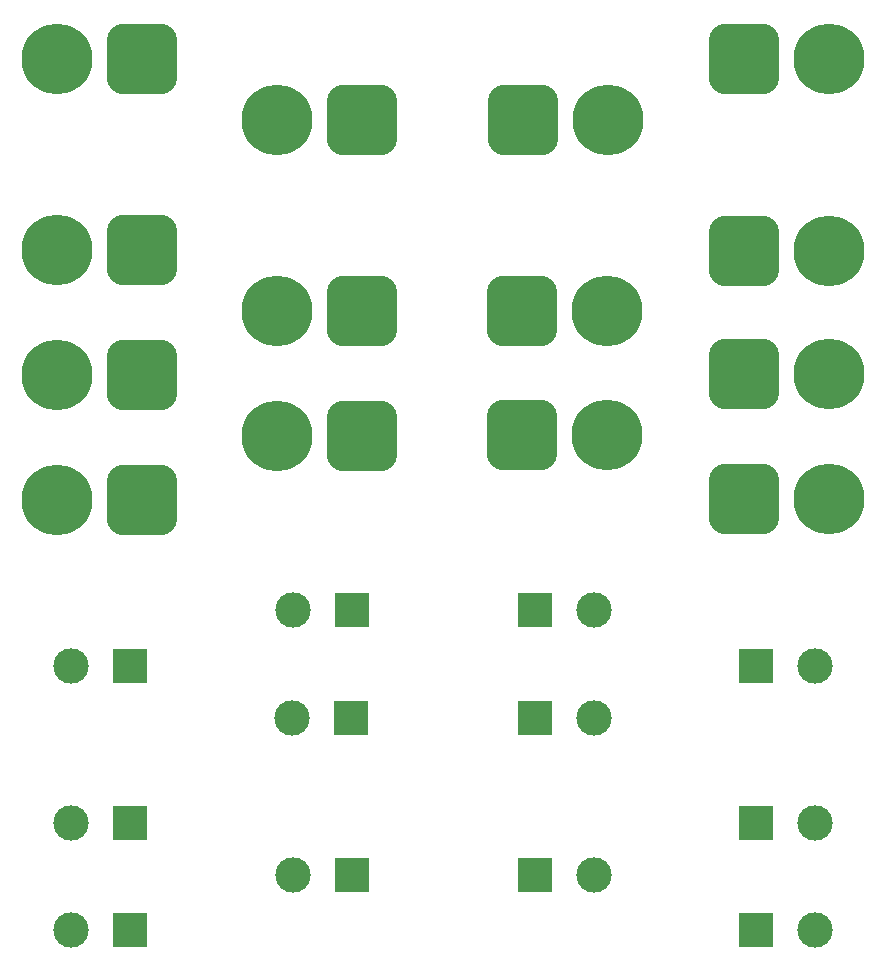
<source format=gbr>
%TF.GenerationSoftware,KiCad,Pcbnew,8.0.4*%
%TF.CreationDate,2024-08-03T01:45:34+02:00*%
%TF.ProjectId,terminal_block,7465726d-696e-4616-9c5f-626c6f636b2e,1*%
%TF.SameCoordinates,Original*%
%TF.FileFunction,Soldermask,Top*%
%TF.FilePolarity,Negative*%
%FSLAX46Y46*%
G04 Gerber Fmt 4.6, Leading zero omitted, Abs format (unit mm)*
G04 Created by KiCad (PCBNEW 8.0.4) date 2024-08-03 01:45:34*
%MOMM*%
%LPD*%
G01*
G04 APERTURE LIST*
G04 Aperture macros list*
%AMRoundRect*
0 Rectangle with rounded corners*
0 $1 Rounding radius*
0 $2 $3 $4 $5 $6 $7 $8 $9 X,Y pos of 4 corners*
0 Add a 4 corners polygon primitive as box body*
4,1,4,$2,$3,$4,$5,$6,$7,$8,$9,$2,$3,0*
0 Add four circle primitives for the rounded corners*
1,1,$1+$1,$2,$3*
1,1,$1+$1,$4,$5*
1,1,$1+$1,$6,$7*
1,1,$1+$1,$8,$9*
0 Add four rect primitives between the rounded corners*
20,1,$1+$1,$2,$3,$4,$5,0*
20,1,$1+$1,$4,$5,$6,$7,0*
20,1,$1+$1,$6,$7,$8,$9,0*
20,1,$1+$1,$8,$9,$2,$3,0*%
G04 Aperture macros list end*
%ADD10RoundRect,1.500000X-1.500000X-1.500000X1.500000X-1.500000X1.500000X1.500000X-1.500000X1.500000X0*%
%ADD11C,6.000000*%
%ADD12RoundRect,1.500000X1.500000X1.500000X-1.500000X1.500000X-1.500000X-1.500000X1.500000X-1.500000X0*%
%ADD13R,3.000000X3.000000*%
%ADD14C,3.000000*%
G04 APERTURE END LIST*
D10*
%TO.C,J3*%
X167200000Y-90300000D03*
D11*
X174400000Y-90300000D03*
%TD*%
D12*
%TO.C,J4*%
X135000000Y-85200000D03*
D11*
X127800000Y-85200000D03*
%TD*%
D12*
%TO.C,J14*%
X135000000Y-58400000D03*
D11*
X127800000Y-58400000D03*
%TD*%
D13*
%TO.C,J24*%
X134000000Y-123100000D03*
D14*
X129000000Y-123100000D03*
%TD*%
D10*
%TO.C,J13*%
X186000000Y-58400000D03*
D11*
X193200000Y-58400000D03*
%TD*%
D13*
%TO.C,J15*%
X187000000Y-109800000D03*
D14*
X192000000Y-109800000D03*
%TD*%
D12*
%TO.C,J10*%
X153700000Y-90400000D03*
D11*
X146500000Y-90400000D03*
%TD*%
D13*
%TO.C,J20*%
X134000000Y-109800000D03*
D14*
X129000000Y-109800000D03*
%TD*%
D13*
%TO.C,J23*%
X187000000Y-132200000D03*
D14*
X192000000Y-132200000D03*
%TD*%
D13*
%TO.C,J22*%
X187000000Y-123100000D03*
D14*
X192000000Y-123100000D03*
%TD*%
D10*
%TO.C,J7*%
X167200000Y-79800000D03*
D11*
X174400000Y-79800000D03*
%TD*%
D13*
%TO.C,J25*%
X134000000Y-132200000D03*
D14*
X129000000Y-132200000D03*
%TD*%
D12*
%TO.C,J9*%
X135000000Y-74600000D03*
D11*
X127800000Y-74600000D03*
%TD*%
D10*
%TO.C,J1*%
X186000000Y-74700000D03*
D11*
X193200000Y-74700000D03*
%TD*%
D10*
%TO.C,J11*%
X167300000Y-63600000D03*
D11*
X174500000Y-63600000D03*
%TD*%
D12*
%TO.C,J12*%
X153700000Y-63600000D03*
D11*
X146500000Y-63600000D03*
%TD*%
D12*
%TO.C,J8*%
X153700000Y-79800000D03*
D11*
X146500000Y-79800000D03*
%TD*%
D13*
%TO.C,J26*%
X152800000Y-127500000D03*
D14*
X147800000Y-127500000D03*
%TD*%
D13*
%TO.C,J17*%
X168300000Y-114200000D03*
D14*
X173300000Y-114200000D03*
%TD*%
D13*
%TO.C,J18*%
X152800000Y-105100000D03*
D14*
X147800000Y-105100000D03*
%TD*%
D13*
%TO.C,J21*%
X168300000Y-127500000D03*
D14*
X173300000Y-127500000D03*
%TD*%
D13*
%TO.C,J19*%
X152700000Y-114200000D03*
D14*
X147700000Y-114200000D03*
%TD*%
D13*
%TO.C,J16*%
X168300000Y-105100000D03*
D14*
X173300000Y-105100000D03*
%TD*%
D12*
%TO.C,J6*%
X135000000Y-95800000D03*
D11*
X127800000Y-95800000D03*
%TD*%
D10*
%TO.C,J5*%
X186000000Y-95700000D03*
D11*
X193200000Y-95700000D03*
%TD*%
D10*
%TO.C,J2*%
X186000000Y-85100000D03*
D11*
X193200000Y-85100000D03*
%TD*%
M02*

</source>
